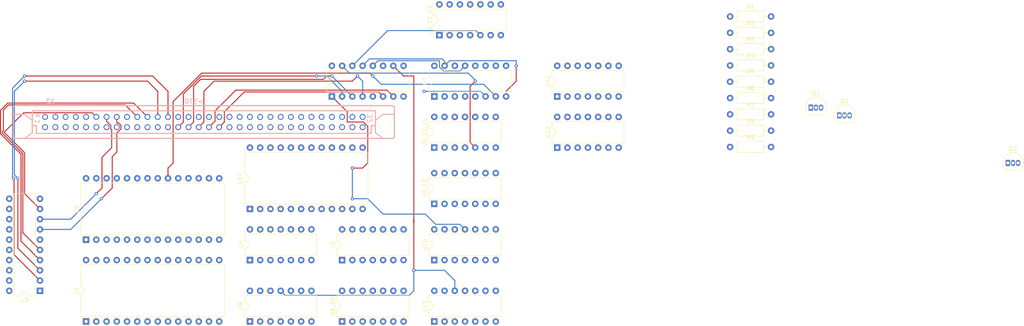
<source format=kicad_pcb>
(kicad_pcb (version 20221018) (generator pcbnew)

  (general
    (thickness 1.6)
  )

  (paper "A4")
  (layers
    (0 "F.Cu" signal)
    (31 "B.Cu" signal)
    (32 "B.Adhes" user "B.Adhesive")
    (33 "F.Adhes" user "F.Adhesive")
    (34 "B.Paste" user)
    (35 "F.Paste" user)
    (36 "B.SilkS" user "B.Silkscreen")
    (37 "F.SilkS" user "F.Silkscreen")
    (38 "B.Mask" user)
    (39 "F.Mask" user)
    (40 "Dwgs.User" user "User.Drawings")
    (41 "Cmts.User" user "User.Comments")
    (42 "Eco1.User" user "User.Eco1")
    (43 "Eco2.User" user "User.Eco2")
    (44 "Edge.Cuts" user)
    (45 "Margin" user)
    (46 "B.CrtYd" user "B.Courtyard")
    (47 "F.CrtYd" user "F.Courtyard")
    (48 "B.Fab" user)
    (49 "F.Fab" user)
    (50 "User.1" user)
    (51 "User.2" user)
    (52 "User.3" user)
    (53 "User.4" user)
    (54 "User.5" user)
    (55 "User.6" user)
    (56 "User.7" user)
    (57 "User.8" user)
    (58 "User.9" user)
  )

  (setup
    (pad_to_mask_clearance 0)
    (pcbplotparams
      (layerselection 0x00010fc_ffffffff)
      (plot_on_all_layers_selection 0x0000000_00000000)
      (disableapertmacros false)
      (usegerberextensions false)
      (usegerberattributes true)
      (usegerberadvancedattributes true)
      (creategerberjobfile true)
      (dashed_line_dash_ratio 12.000000)
      (dashed_line_gap_ratio 3.000000)
      (svgprecision 4)
      (plotframeref false)
      (viasonmask false)
      (mode 1)
      (useauxorigin false)
      (hpglpennumber 1)
      (hpglpenspeed 20)
      (hpglpendiameter 15.000000)
      (dxfpolygonmode true)
      (dxfimperialunits true)
      (dxfusepcbnewfont true)
      (psnegative false)
      (psa4output false)
      (plotreference true)
      (plotvalue true)
      (plotinvisibletext false)
      (sketchpadsonfab false)
      (subtractmaskfromsilk false)
      (outputformat 1)
      (mirror false)
      (drillshape 1)
      (scaleselection 1)
      (outputdirectory "")
    )
  )

  (net 0 "")
  (net 1 "VCC")
  (net 2 "/A12_128")
  (net 3 "/A7")
  (net 4 "/A6")
  (net 5 "/A5")
  (net 6 "/A4")
  (net 7 "/A3")
  (net 8 "/A2")
  (net 9 "/A1")
  (net 10 "/A0")
  (net 11 "/D4_D0-128_D4-64")
  (net 12 "/D1_D1-128_D7-64")
  (net 13 "/D2_D2-128_D5-64")
  (net 14 "unconnected-(U1-GND-Pad14)")
  (net 15 "/D5_D3-128_D1-64")
  (net 16 "/D6_D4-128_D6-64")
  (net 17 "/D3_D5-128_D3-64")
  (net 18 "/D0_D6-128_D0-64")
  (net 19 "/D7_D7-128_D2-64")
  (net 20 "/CE_128")
  (net 21 "/A10")
  (net 22 "/A11")
  (net 23 "/A9")
  (net 24 "/A8")
  (net 25 "/A13_128")
  (net 26 "unconnected-(U1-VCC-Pad28)")
  (net 27 "unconnected-(U2-GND-Pad14)")
  (net 28 "/CE_64")
  (net 29 "unconnected-(U2-NC-Pad26)")
  (net 30 "unconnected-(U2-VCC-Pad28)")
  (net 31 "unconnected-(U14-GND-Pad12)")
  (net 32 "/SRAM_OE")
  (net 33 "/SRAM_CE")
  (net 34 "/SRAM_WE")
  (net 35 "unconnected-(U14-VCC-Pad24)")
  (net 36 "unconnected-(X1--12V-PadA1)")
  (net 37 "unconnected-(X1-~{RESIN}-PadA3)")
  (net 38 "unconnected-(X1-GND-PadA4)")
  (net 39 "/D7")
  (net 40 "/D6")
  (net 41 "/D5")
  (net 42 "/D4")
  (net 43 "/D3")
  (net 44 "/D2")
  (net 45 "/D1")
  (net 46 "/D0")
  (net 47 "unconnected-(X1-NC-PadA14)")
  (net 48 "unconnected-(X1-~{RST}-PadA15)")
  (net 49 "unconnected-(X1-~{STATUS}-PadA16)")
  (net 50 "unconnected-(X1-~{INP}-PadA17)")
  (net 51 "unconnected-(X1-~{C4}-PadA18)")
  (net 52 "unconnected-(X1-~{C3}-PadA19)")
  (net 53 "unconnected-(X1-~{C2}-PadA20)")
  (net 54 "unconnected-(X1-~{C1}-PadA21)")
  (net 55 "unconnected-(X1-~{OUT}-PadA22)")
  (net 56 "unconnected-(X1-~{CS}-PadA23)")
  (net 57 "unconnected-(X1-GND-PadA24)")
  (net 58 "unconnected-(X1-GND-PadA25)")
  (net 59 "unconnected-(X1-GND-PadA26)")
  (net 60 "unconnected-(X1-GND-PadA27)")
  (net 61 "unconnected-(X1-GND-PadA28)")
  (net 62 "unconnected-(X1-GND-PadA29)")
  (net 63 "unconnected-(X1-READY-PadA30)")
  (net 64 "unconnected-(X1-+5V-PadA31)")
  (net 65 "unconnected-(X1-+12V-PadA32)")
  (net 66 "unconnected-(X1--12V-PadB1)")
  (net 67 "unconnected-(X1-0V-PadB2)")
  (net 68 "unconnected-(X1-GND-PadB3)")
  (net 69 "/xmemfl")
  (net 70 "unconnected-(X1-GND-PadB6)")
  (net 71 "unconnected-(X1-GND-PadB7)")
  (net 72 "unconnected-(X1-GND-PadB8)")
  (net 73 "unconnected-(X1-GND-PadB9)")
  (net 74 "unconnected-(X1-GND-PadB10)")
  (net 75 "unconnected-(X1-GND-PadB11)")
  (net 76 "unconnected-(X1-GND-PadB12)")
  (net 77 "unconnected-(X1-~{INT}-PadB13)")
  (net 78 "/A15")
  (net 79 "/A14")
  (net 80 "/A13")
  (net 81 "/A12")
  (net 82 "unconnected-(X1-NC-PadB30)")
  (net 83 "unconnected-(X1-+5V-PadB31)")
  (net 84 "unconnected-(X1-+12V-PadB32)")
  (net 85 "Net-(Q1-C)")
  (net 86 "Net-(Q1-B)")
  (net 87 "GND")
  (net 88 "Net-(Q2-C)")
  (net 89 "Net-(Q2-B)")
  (net 90 "Net-(Q3-B)")
  (net 91 "/0V")
  (net 92 "/OE_EPROM")
  (net 93 "/PROM_A6")
  (net 94 "unconnected-(U15-GND-Pad8)")
  (net 95 "/PROM_Q4")
  (net 96 "/~{RESIN}")
  (net 97 "/PROM_Q2")
  (net 98 "/PROM_Q1")
  (net 99 "unconnected-(U15-VCC-Pad16)")
  (net 100 "/CLK")
  (net 101 "unconnected-(X2--12V-PadA1)")
  (net 102 "/PROM_Q3")
  (net 103 "unconnected-(X2-GND-PadA4)")
  (net 104 "unconnected-(X2-NC-PadA14)")
  (net 105 "unconnected-(X2-~{RST}-PadA15)")
  (net 106 "unconnected-(X2-~{STATUS}-PadA16)")
  (net 107 "unconnected-(X2-~{INP}-PadA17)")
  (net 108 "unconnected-(X2-~{C4}-PadA18)")
  (net 109 "unconnected-(X2-~{C3}-PadA19)")
  (net 110 "unconnected-(X2-~{C2}-PadA20)")
  (net 111 "unconnected-(X2-~{C1}-PadA21)")
  (net 112 "unconnected-(X2-~{OUT}-PadA22)")
  (net 113 "unconnected-(X2-~{CS}-PadA23)")
  (net 114 "unconnected-(X2-GND-PadA24)")
  (net 115 "unconnected-(X2-GND-PadA25)")
  (net 116 "unconnected-(X2-GND-PadA26)")
  (net 117 "unconnected-(X2-GND-PadA27)")
  (net 118 "unconnected-(X2-GND-PadA28)")
  (net 119 "unconnected-(X2-GND-PadA29)")
  (net 120 "unconnected-(X2-READY-PadA30)")
  (net 121 "unconnected-(X2-+5V-PadA31)")
  (net 122 "unconnected-(X2-+12V-PadA32)")
  (net 123 "unconnected-(X2--12V-PadB1)")
  (net 124 "unconnected-(X2-0V-PadB2)")
  (net 125 "unconnected-(X2-GND-PadB3)")
  (net 126 "/xmemfl_OUT")
  (net 127 "unconnected-(X2-GND-PadB6)")
  (net 128 "unconnected-(X2-GND-PadB7)")
  (net 129 "unconnected-(X2-GND-PadB8)")
  (net 130 "unconnected-(X2-GND-PadB9)")
  (net 131 "unconnected-(X2-GND-PadB10)")
  (net 132 "unconnected-(X2-GND-PadB11)")
  (net 133 "unconnected-(X2-GND-PadB12)")
  (net 134 "unconnected-(X2-~{INT}-PadB13)")
  (net 135 "unconnected-(X2-NC-PadB30)")
  (net 136 "unconnected-(X2-+5V-PadB31)")
  (net 137 "unconnected-(X2-+12V-PadB32)")
  (net 138 "Net-(R1-Pad2)")
  (net 139 "Net-(D1-A)")
  (net 140 "Net-(BT1-+)")
  (net 141 "Net-(U9_E2_L1B-~{Q})")
  (net 142 "Net-(U9_E2_L1B-Q)")
  (net 143 "Net-(C1-Pad1)")
  (net 144 "/OUT_DIR")
  (net 145 "unconnected-(U3-GND-Pad10)")
  (net 146 "unconnected-(U3-VCC-Pad20)")
  (net 147 "/NOR OUT2")
  (net 148 "Net-(U5A-Q2)")
  (net 149 "Net-(U5A-Q1)")
  (net 150 "unconnected-(U4E-GND-Pad7)")
  (net 151 "Net-(U5A-Q3)")
  (net 152 "Net-(U5B-Q0)")
  (net 153 "unconnected-(U4E-VCC-Pad14)")
  (net 154 "Net-(U5A-MR)")
  (net 155 "unconnected-(U5A-Q0-Pad3)")
  (net 156 "unconnected-(U5C-GND-Pad7)")
  (net 157 "unconnected-(U5B-Q3-Pad8)")
  (net 158 "unconnected-(U5B-Q2-Pad9)")
  (net 159 "unconnected-(U5B-Q1-Pad10)")
  (net 160 "Net-(U5B-MR)")
  (net 161 "unconnected-(U5C-VCC-Pad14)")
  (net 162 "Net-(U6_D5A-~{S})")
  (net 163 "/NOR_IN_10_2")
  (net 164 "unconnected-(U6_D5A-~{Q}-Pad6)")
  (net 165 "unconnected-(U6_D5B-~{Q}-Pad8)")
  (net 166 "/NOR_IN_9_2")
  (net 167 "unconnected-(U7-Q3a-Pad4)")
  (net 168 "/2-4_2")
  (net 169 "unconnected-(U7-GND-Pad8)")
  (net 170 "unconnected-(U7-Q0b-Pad9)")
  (net 171 "unconnected-(U7-Q1b-Pad10)")
  (net 172 "unconnected-(U7-Q2b-Pad11)")
  (net 173 "/BANK_SEL")
  (net 174 "unconnected-(U7-VCC-Pad16)")
  (net 175 "/NOR OUT 1")
  (net 176 "unconnected-(U9C-GND-Pad7)")
  (net 177 "/NOR_IN_12_1")
  (net 178 "unconnected-(U9C-VCC-Pad14)")
  (net 179 "unconnected-(U9_E2_H1A-~{S}-Pad4)")
  (net 180 "unconnected-(U9_E2_H1A-~{Q}-Pad6)")
  (net 181 "unconnected-(U9_E2_H1C-GND-Pad7)")
  (net 182 "unconnected-(U9_E2_H1B-~{Q}-Pad8)")
  (net 183 "unconnected-(U9_E2_H1B-Q-Pad9)")
  (net 184 "unconnected-(U9_E2_H1B-~{S}-Pad10)")
  (net 185 "unconnected-(U9_E2_H1B-C-Pad11)")
  (net 186 "unconnected-(U9_E2_H1B-D-Pad12)")
  (net 187 "unconnected-(U9_E2_H1B-~{R}-Pad13)")
  (net 188 "unconnected-(U9_E2_H1C-VCC-Pad14)")
  (net 189 "unconnected-(U9_E2_L1A-~{Q}-Pad6)")
  (net 190 "unconnected-(U9_E2_L1C-GND-Pad7)")
  (net 191 "Net-(U9_E2_L1B-~{S})")
  (net 192 "Net-(U9_E2_L1B-C)")
  (net 193 "unconnected-(U9_E2_L1C-VCC-Pad14)")
  (net 194 "Net-(U9_E3A-~{Q})")
  (net 195 "unconnected-(U9_E3C-GND-Pad7)")
  (net 196 "Net-(U9_E3B-~{S})")
  (net 197 "unconnected-(U9_E3C-VCC-Pad14)")
  (net 198 "Net-(U10-Pad3)")
  (net 199 "unconnected-(U10E-GND-Pad7)")
  (net 200 "unconnected-(U10E-VCC-Pad14)")
  (net 201 "unconnected-(U11E-GND-Pad7)")
  (net 202 "Net-(U11-Pad8)")
  (net 203 "unconnected-(U11E-VCC-Pad14)")
  (net 204 "unconnected-(U12-Pad3)")
  (net 205 "unconnected-(U12E-GND-Pad7)")
  (net 206 "unconnected-(U12-Pad11)")
  (net 207 "unconnected-(U12-Pad12)")
  (net 208 "unconnected-(U12-Pad13)")
  (net 209 "unconnected-(U12E-VCC-Pad14)")
  (net 210 "unconnected-(U13-Pad6)")
  (net 211 "unconnected-(U13E-GND-Pad7)")
  (net 212 "unconnected-(U13-Pad8)")

  (footprint "Package_TO_SOT_THT:TO-92_Inline" (layer "F.Cu") (at 227.457 35.179))

  (footprint "Package_DIP:DIP-14_W7.62mm" (layer "F.Cu") (at 157.48 43.18 90))

  (footprint "Package_DIP:DIP-14_W7.62mm" (layer "F.Cu") (at 104.14 86.36 90))

  (footprint "Package_DIP:DIP-14_W7.62mm" (layer "F.Cu") (at 81.28 86.36 90))

  (footprint "Resistor_THT:R_Axial_DIN0207_L6.3mm_D2.5mm_P10.16mm_Horizontal" (layer "F.Cu") (at 200.356 22.767))

  (footprint "Resistor_THT:R_Axial_DIN0207_L6.3mm_D2.5mm_P10.16mm_Horizontal" (layer "F.Cu") (at 200.356 18.717))

  (footprint "Package_DIP:DIP-16_W7.62mm" (layer "F.Cu") (at 101.6 30.48 90))

  (footprint "Resistor_THT:R_Axial_DIN0207_L6.3mm_D2.5mm_P10.16mm_Horizontal" (layer "F.Cu") (at 200.356 43.017))

  (footprint "Package_DIP:DIP-28_W15.24mm" (layer "F.Cu") (at 40.64 86.36 90))

  (footprint "Resistor_THT:R_Axial_DIN0207_L6.3mm_D2.5mm_P10.16mm_Horizontal" (layer "F.Cu") (at 200.356 30.867))

  (footprint "Package_DIP:DIP-14_W7.62mm" (layer "F.Cu") (at 81.28 71.12 90))

  (footprint "Package_TO_SOT_THT:TO-92_Inline" (layer "F.Cu") (at 220.374 33.25))

  (footprint "Resistor_THT:R_Axial_DIN0207_L6.3mm_D2.5mm_P10.16mm_Horizontal" (layer "F.Cu") (at 200.356 34.917))

  (footprint "Package_DIP:DIP-24_W15.24mm" (layer "F.Cu") (at 81.28 58.42 90))

  (footprint "Package_TO_SOT_THT:TO-92_Inline" (layer "F.Cu") (at 269.24 46.99))

  (footprint "Package_DIP:DIP-14_W7.62mm" (layer "F.Cu") (at 126.995 57.14 90))

  (footprint "Package_DIP:DIP-14_W7.62mm" (layer "F.Cu") (at 157.48 30.48 90))

  (footprint "Package_DIP:DIP-14_W7.62mm" (layer "F.Cu") (at 126.995 71.11 90))

  (footprint "Resistor_THT:R_Axial_DIN0207_L6.3mm_D2.5mm_P10.16mm_Horizontal" (layer "F.Cu") (at 200.356 10.617))

  (footprint "Package_DIP:DIP-28_W15.24mm" (layer "F.Cu") (at 40.64 66.04 90))

  (footprint "Package_DIP:DIP-16_W7.62mm" (layer "F.Cu") (at 127.015 30.47 90))

  (footprint "Resistor_THT:R_Axial_DIN0207_L6.3mm_D2.5mm_P10.16mm_Horizontal" (layer "F.Cu") (at 200.356 38.967))

  (footprint "Package_DIP:DIP-20_W7.62mm" (layer "F.Cu") (at 29.21 78.74 180))

  (footprint "Resistor_THT:R_Axial_DIN0207_L6.3mm_D2.5mm_P10.16mm_Horizontal" (layer "F.Cu") (at 200.356 14.667))

  (footprint "Package_DIP:DIP-14_W7.62mm" (layer "F.Cu") (at 127 86.36 90))

  (footprint "Package_DIP:DIP-14_W7.62mm" (layer "F.Cu") (at 104.14 71.12 90))

  (footprint "Resistor_THT:R_Axial_DIN0207_L6.3mm_D2.5mm_P10.16mm_Horizontal" (layer "F.Cu") (at 200.356 26.817))

  (footprint "Package_DIP:DIP-14_W7.62mm" (layer "F.Cu") (at 128.27 15.24 90))

  (footprint "Package_DIP:DIP-14_W7.62mm" (layer "F.Cu") (at 126.995 43.17 90))

  (footprint "smartaidmagnum:FAB64B" (layer "B.Cu")
    (tstamp 24e6cfb0-a872-4ad9-bc8b-b849a6525a3c)
    (at 69.85 36.83 -90)
    (descr "<b>DIN 41612 CONNECTOR</b>\n<p>\nFemale, 64 pins, type B, rows AB, grid 2.54 mm.<br />\nB mates with Q, but pin numbers reversed.\n</p>")
    (property "Sheetfile" "smartaidmagnum.kicad_sch")
    (property "Sheetname" "")
    (path "/a1a46aea-a948-47a9-9082-fabee6f1d87c")
    (attr through_hole)
    (fp_text reference "X1" (at -4.445 39.37) (layer "B.SilkS")
        (effects (font (size 1.2065 1.2065) (thickness 0.12065)) (justify right bottom mirror))
      (tstamp 50f8c86c-9b4e-4fb3-8683-d8f27bb42fc7)
    )
    (fp_text value "ABC-Bus" (at -4.445 -34.29) (layer "B.Fab")
        (effects (font (size 1.2065 1.2065) (thickness 0.12065)) (justify right bottom mirror))
      (tstamp 02e4f45d-5c40-4561-bf5b-95a8d8b6ee42)
    )
    (fp_text user "a" (at -2.286 40.64 90) (layer "B.SilkS")
        (effects (font (size 1.2065 1.2065) (thickness 0.127)) (justify left bottom mirror))
      (tstamp 1aba9201-e387-4192-b1ba-f0204b27b349)
    )
    (fp_text user "32" (at -2.159 -41.91 90) (layer "B.SilkS")
        (effects (font (size 1.2065 1.2065) (thickness 0.127)) (justify left bottom mirror))
      (tstamp 22d8fb95-2f07-498b-bb9d-1e89a330d113)
    )
    (fp_text user ">STD" (at -4.445 0 -360) (layer "B.SilkS")
        (effects (font (size 1.2065 1.2065) (thickness 0.127)) (justify left bottom mirror))
      (tstamp 6bb9e970-2b16-42c6-bcce-55c7214f1e78)
    )
    (fp_text user "1" (at -0.762 40.64 90) (layer "B.SilkS")
        (effects (font (size 1.2065 1.2065) (thickness 0.127)) (justify left bottom mirror))
      (tstamp debf8a49-9f29-4965-ac3e-6ad98cbc6cd0)
    )
    (fp_line (start -4.064 -46.736) (end -4.064 46.736)
      (stroke (width 0.254) (type solid)) (layer "B.SilkS") (tstamp 3b723ff8-75a6-422f-8ad6-7eed99e2b328))
    (fp_line (start -3.556 -47.244) (end -1.905 -47.244)
      (stroke (width 0.254) (type solid)) (layer "B.SilkS") (tstamp 4b68aecc-d86d-4dea-ae14-c169d44b4694))
    (fp_line (start -2.794 -42.545) (end -2.794 42.545)
      (stroke (width 0.254) (type solid)) (layer "B.SilkS") (tstamp e5d336b4-99bc-4cc9-8d8b-ee058e16e901))
    (fp_line (start -1.905 -47.244) (end -1.905 -44.45)
      (stroke (width 0.254) (type solid)) (layer "B.SilkS") (tstamp 66f253f8-4f18-401e-b3f4-cd150cc787d7))
    (fp_line (start -1.905 -47.244) (end 3.556 -47.244)
      (stroke (width 0.254) (type solid)) (layer "B.SilkS") (tstamp 74f7bd50-3c68-436d-ac02-3babd8bbf72f))
    (fp_line (start -1.905 47.244) (end -3.556 47.244)
      (stroke (width 0.254) (type solid)) (layer "B.SilkS") (tstamp 364ceb4a-e6db-4029-a2c9-f3880d9fdb18))
    (fp_line (start -1.905 47.244) (end -1.905 44.45)
      (stroke (width 0.254) (type solid)) (layer "B.SilkS") (tstamp 4f518ebb-6da0-456e-9d60-ce93c58d5f91))
    (fp_line (start -0.381 -42.545) (end -2.794 -42.545)
      (stroke (width 0.254) (type solid)) (layer "B.SilkS") (tstamp ae71b758-ca88-4a19-b9f1-c28a21286b7e))
    (fp_line (start -0.381 -42.545) (end -1.905 -44.45)
      (stroke (width 0.254) (type solid)) (layer "B.SilkS") (tstamp 391b10a8-157e-4862-87fe-d96b0ecd3ef8))
    (fp_line (start -0.381 42.545) (end -2.794 42.545)
      (stroke (width 0.254) (type solid)) (layer "B.SilkS") (tstamp 431b1adc-72cc-419c-a3ad-d3e21d4ab39d))
    (fp_line (start -0.381 42.545) (end -1.905 44.45)
      (stroke (width 0.254) (type solid)) (layer "B.SilkS") (tstamp 5da6a533-78dc-4ca7-9f1f-9dd9cafa6136))
    (fp_line (start -0.381 42.545) (end 0.889 42.545)
      (stroke (width 0.254) (type solid)) (layer "B.SilkS") (tstamp f128b7d5-7045-4446-9a12-d04681171785))
    (fp_line (start 0.889 -42.545) (end -0.381 -42.545)
      (stroke (width 0.254) (type solid)) (layer "B.SilkS") (tstamp 11793547-8073-4413-bf08-032a5503d531))
    (fp_line (start 0.889 -42.545) (end 0.889 -41.529)
      (stroke (width 0.254) (type solid)) (layer "B.SilkS") (tstamp 4eda8fca-0627-4757-8edf-21a4b3023679))
    (fp_line (start 0.889 -42.545) (end 2.667 -42.545)
      (stroke (width 0.254) (type solid)) (layer "B.SilkS") (tstamp 9702f45d-61c8-4b5c-bab1-0f1ea9792c37))
    (fp_line (start 0.889 -41.529) (end 2.794 -41.529)
      (stroke (width 0.254) (type solid)) (layer "B.SilkS") (tstamp 63fdd731-06f1-4436-a5c1-f691d03c8ad5))
    (fp_line (start 0.889 41.529) (end 0.889 42.545)
      (stroke (width 0.254) (type solid)) (layer "B.SilkS") (tstamp 69df031a-6330-4d19-9618-af04c1f68fe6))
    (fp_line (start 0.889 42.545) (end 2.667 42.545)
      (stroke (width 0.254) (type solid)) (layer "B.SilkS") (tstamp 6183823a-0f5f-4610-a5cf-18ec9c514b3a))
    (fp_line (start 2.667 -42.545) (end 4.064 -44.45)
      (stroke (width 0.254) (type solid)) (layer "B.SilkS") (tstamp 35c335b5-3d3c-4211-90b2-808822796fd8))
    (fp_line (start 2.667 42.545) (end 4.064 44.45)
      (stroke (width 0.254) (type solid)) (layer "B.SilkS") (tstamp bef37dbd-9157-4712-b24a-550336080b45))
    (fp_line (start 2.794 -41.529) (end 2.794 41.529)
      (stroke (width 0.254) (type solid)) (layer "B.SilkS") (tstamp f00d8e0f-65cc-4d84-819c-870dfbeea34a))
    (fp_line (start 2.794 41.529) (end 0.889 41.529)
      (stroke (width 0.254) (type solid)) (layer "B.SilkS") (tstamp cf37ed5b-26ba-458d-8500-07493f6cb423))
    (fp_line (start 3.556 47.244) (end -1.905 47.244)
      (stroke (width 0.254) (type solid)) (layer "B.SilkS") (tstamp 0117dbda-63fb-4d76-9103-81ebf0d6417c))
    (fp_line (start 4.064 -46.736) (end 4.064 -44.45)
      (stroke (width 0.254) (type solid)) (layer "B.SilkS") (tstamp 8385892a-420e-4216-9362-1b6afdf85d50))
    (fp_line (start 4.064 44.45) (end 4.064 -44.45)
      (stroke (width 0.254) (type solid)) (layer "B.SilkS") (tstamp 1c643cda-5959-45d5-87a4-bb5311629f21))
    (fp_line (start 4.064 44.45) (end 4.064 46.736)
      (stroke (width 0.254) (type solid)) (layer "B.SilkS") (tstamp 12e857c5-37f3-4383-b0d6-fae5554320f1))
    (fp_arc (start -4.064 -46.736) (mid -3.91521 -47.09521) (end -3.556 -47.244)
      (stroke (width 0.254) (type solid)) (layer "B.SilkS") (tstamp 801c5001-f385-4ab8-b212-e5c864f46271))
    (fp_arc (start -3.556 47.244) (mid -3.91521 47.09521) (end -4.064 46.736)
      (stroke (width 0.254) (type solid)) (layer "B.SilkS") (tstamp 88cd1c5e-8110-4d5e-9b29-47847760e7ca))
    (fp_arc (start 3.556 -47.244) (mid 3.91521 -47.09521) (end 4.064 -46.736)
      (stroke (width 0.254) (type solid)) (layer "B.SilkS") (tstamp 8044e50a-81f0-4903-85f1-b9b74c7ea060))
    (fp_arc (start 4.086 46.738999) (mid 3.909437 47.084316) (end 3.556 47.244)
      (stroke (width 0.254) (type solid)) (layer "B.SilkS") (tstamp 8095d1b9-f383-4c49-bc8e-d3549580de86))
    (fp_circle (center 0.9652 -45.0088) (end 2.2352 -45.0088)
      (stroke (width 0.254) (type solid)) (fill none) (layer "B.SilkS") (tstamp d2fc9f09-1be6-4856-b2ea-e9ba4fe43d24))
    (fp_circle (center 0.9652 45.0088) (end 2.2352 45.0088)
      (stroke (width 0.254) (type solid)) (fill none) (layer "B.SilkS") (tstamp 7198a7e1-c89d-45e5-929a-288d0179dc20))
    (fp_circle (center 0.9652 -45.0088) (end 3.2512 -45.0088)
      (stroke (width 1.778) (type solid)) (fill none) (layer "Dwgs.User") (tstamp 9673d574-0c0a-41f0-a699-fd65bef6a1ae))
    (fp_circle (center 0.9652 -45.0088) (end 3.2512 -45.0088)
      (stroke (width 1.778) (type solid)) (fill none) (layer "Dwgs.User") (tstamp a258a70b-6d37-4b8d-9ace-00bed3bf2efa))
    (fp_circle (center 0.9652 45.0088) (end 3.2512 45.0088)
      (stroke (width 1.778) (type solid)) (fill none) (layer "Dwgs.User") (tstamp 9fb5f159-d66c-4220-93e9-8f6c4d05bcf9))
    (fp_circle (center 0.9652 45.0088) (end 3.2512 45.0088)
      (stroke (width 1.778) (type solid)) (fill none) (layer "Dwgs.User") (tstamp f1c4d22f-e55f-4e32-9441-7b9743dc66ad))
    (fp_line (start -2.54 42.291) (end -2.54 -42.291)
      (stroke (width 0.254) (type solid)) (layer "B.Fab") (tstamp b0840cdf-d689-4d49-ab15-747d0197b37f))
    (fp_line (start 0.635 -42.291) (end -2.54 -42.291)
      (stroke (width 0.254) (type solid)) (layer "B.Fab") (tstamp 4091661b-2245-48f1-95af-eac1f2137e59))
    (fp_line (start 0.635 -41.275) (end 0.635 -42.291)
      (stroke (width 0.254) (type solid)) (layer "B.Fab") (tstamp 6f200cc5-cdd3-4701-886c-a1fbaa7e325b))
    (fp_line (start 0.635 -41.275) (end 2.54 -41.275)
      (stroke (width 0.254) (type solid)) (layer "B.Fab") (tstamp bdb50d47-2b71-4e78-bd89-280bce7ca69b))
    (fp_line (start 0.635 41.275) (end 0.635 42.291)
      (stroke (width 0.254) (type solid)) (layer "B.Fab") (tstamp e5b4aa13-aee1-4206-bafb-1dc6aa0b0244))
    (fp_line (start 0.635 42.291) (end -2.54 42.291)
      (stroke (width 0.254) (type solid)) (layer "B.Fab") (tstamp 912488d9-c1ef-4a9a-b68e-3da8061c57da))
    (fp_line (start 2.54 -41.275) (end 2.54 41.275)
      (stroke (width 0.254) (type solid)) (layer "B.Fab") (tstamp 30e979e5-7b57-4b00-8d5b-95a5759adafe))
    (fp_line (start 2.54 41.275) (end 0.635 41.275)
      (stroke (width 0.254) (type solid)) (layer "B.Fab") (tstamp ec313991-dd14-480a-a0a7-b7968a6c64a6))
    (fp_poly
      (pts
        (xy -1.651 -40.005)
        (xy -0.889 -40.005)
        (xy -0.889 -38.735)
        (xy -1.651 -38.735)
      )

      (stroke (width 0) (type solid)) (fill solid) (layer "B.Fab") (tstamp bd47797d-9ace-4da1-a3f7-1f3ead49b495))
    (fp_poly
      (pts
        (xy -1.651 -37.465)
        (xy -0.889 -37.465)
        (xy -0.889 -36.195)
        (xy -1.651 -36.195)
      )

      (stroke (width 0) (type solid)) (fill solid) (layer "B.Fab") (tstamp b4e7e827-3e71-4d1f-9216-43ef7cfaa0e7))
    (fp_poly
      (pts
        (xy -1.651 -34.925)
        (xy -0.889 -34.925)
        (xy -0.889 -33.655)
        (xy -1.651 -33.655)
      )

      (stroke (width 0) (type solid)) (fill solid) (layer "B.Fab") (tstamp a2ff3a16-eff4-4581-b2d6-2af4b2034bb6))
    (fp_poly
      (pts
        (xy -1.651 -32.385)
        (xy -0.889 -32.385)
        (xy -0.889 -31.115)
        (xy -1.651 -31.115)
      )

      (stroke (width 0) (type solid)) (fill solid) (layer "B.Fab") (tstamp 87219c96-f677-483f-96f5-ebc0b3798755))
    (fp_poly
      (pts
        (xy -1.651 -29.845)
        (xy -0.889 -29.845)
        (xy -0.889 -28.575)
        (xy -1.651 -28.575)
      )

      (stroke (width 0) (type solid)) (fill solid) (layer "B.Fab") (tstamp 224a9945-1903-4e0d-ba3d-487178402626))
    (fp_poly
      (pts
        (xy -1.651 -27.305)
        (xy -0.889 -27.305)
        (xy -0.889 -26.035)
        (xy -1.651 -26.035)
      )

      (stroke (width 0) (type solid)) (fill solid) (layer "B.Fab") (tstamp 92e3c043-05c5-40ce-b7a5-dd9f5089369d))
    (fp_poly
      (pts
        (xy -1.651 -24.765)
        (xy -0.889 -24.765)
        (xy -0.889 -23.495)
        (xy -1.651 -23.495)
      )

      (stroke (width 0) (type solid)) (fill solid) (layer "B.Fab") (tstamp c4a06a52-e17d-4b4c-8529-29147b9b312e))
    (fp_poly
      (pts
        (xy -1.651 -22.225)
        (xy -0.889 -22.225)
        (xy -0.889 -20.955)
        (xy -1.651 -20.955)
      )

      (stroke (width 0) (type solid)) (fill solid) (layer "B.Fab") (tstamp bbd877e0-4dfb-4a6c-88d4-a29e93922bd7))
    (fp_poly
      (pts
        (xy -1.651 -19.685)
        (xy -0.889 -19.685)
        (xy -0.889 -18.415)
        (xy -1.651 -18.415)
      )

      (stroke (width 0) (type solid)) (fill solid) (layer "B.Fab") (tstamp e15a5866-5191-4892-8ee2-e512f258a5bd))
    (fp_poly
      (pts
        (xy -1.651 -17.145)
        (xy -0.889 -17.145)
        (xy -0.889 -15.875)
        (xy -1.651 -15.875)
      )

      (stroke (width 0) (type solid)) (fill solid) (layer "B.Fab") (tstamp 8cd936a5-ca1e-4a3e-86f1-2b267d01a52e))
    (fp_poly
      (pts
        (xy -1.651 -14.605)
        (xy -0.889 -14.605)
        (xy -0.889 -13.335)
        (xy -1.651 -13.335)
      )

      (stroke (width 0) (type solid)) (fill solid) (layer "B.Fab") (tstamp 5eb42aef-ad35-4295-b8ce-612a5cd15e71))
    (fp_poly
      (pts
        (xy -1.651 -12.065)
        (xy -0.889 -12.065)
        (xy -0.889 -10.795)
        (xy -1.651 -10.795)
      )

      (stroke (width 0) (type solid)) (fill solid) (layer "B.Fab") (tstamp 29bbd66f-e57a-4b94-921c-8cdaf64239d9))
    (fp_poly
      (pts
        (xy -1.651 -9.525)
        (xy -0.889 -9.525)
        (xy -0.889 -8.255)
        (xy -1.651 -8.255)
      )

      (stroke (width 0) (type solid)) (fill solid) (layer "B.Fab") (tstamp 8ee2d4b6-f53d-452e-81e6-b89f2c89c122))
    (fp_poly
      (pts
        (xy -1.651 -6.985)
        (xy -0.889 -6.985)
        (xy -0.889 -5.715)
        (xy -1.651 -5.715)
      )

      (stroke (width 0) (type solid)) (fill solid) (layer "B.Fab") (tstamp 578bbc23-caa1-4bc4-9d91-201f242cdf12))
    (fp_poly
      (pts
        (xy -1.651 -4.445)
        (xy -0.889 -4.445)
        (xy -0.889 -3.175)
        (xy -1.651 -3.175)
      )

      (stroke (width 0) (type solid)) (fill solid) (layer "B.Fab") (tstamp 7cb827ca-b277-4806-9dc4-da3c8df7a81f))
    (fp_poly
      (pts
        (xy -1.651 -1.905)
        (xy -0.889 -1.905)
        (xy -0.889 -0.635)
        (xy -1.651 -0.635)
      )

      (stroke (width 0) (type solid)) (fill solid) (layer "B.Fab") (tstamp 1e859624-13a4-4584-8f5a-2709c2c383cb))
    (fp_poly
      (pts
        (xy -1.651 0.635)
        (xy -0.889 0.635)
        (xy -0.889 1.905)
        (xy -1.651 1.905)
      )

      (stroke (width 0) (type solid)) (fill solid) (layer "B.Fab") (tstamp d1b61432-b1f8-4f55-805c-fbdb9b985c1a))
    (fp_poly
      (pts
        (xy -1.651 3.175)
        (xy -0.889 3.175)
        (xy -0.889 4.445)
        (xy -1.651 4.445)
      )

      (stroke (width 0) (type solid)) (fill solid) (layer "B.Fab") (tstamp fa35dc5b-c5cd-43e1-8eb8-39423cf0badd))
    (fp_poly
      (pts
        (xy -1.651 5.715)
        (xy -0.889 5.715)
        (xy -0.889 6.985)
        (xy -1.651 6.985)
      )

      (stroke (width 0) (type solid)) (fill solid) (layer "B.Fab") (tstamp a2a0342d-1dfe-478f-8b8d-e689e6ce31d3))
    (fp_poly
      (pts
        (xy -1.651 8.255)
        (xy -0.889 8.255)
        (xy -0.889 9.525)
        (xy -1.651 9.525)
      )

      (stroke (width 0) (type solid)) (fill solid) (layer "B.Fab") (tstamp bb8f0103-c5ac-4331-9631-4eaf5b976bed))
    (fp_poly
      (pts
        (xy -1.651 10.795)
        (xy -0.889 10.795)
        (xy -0.889 12.065)
        (xy -1.651 12.065)
      )

      (stroke (width 0) (type solid)) (fill solid) (layer "B.Fab") (tstamp 90e4598b-dd8d-4628-8bd7-3d8a2e55ef92))
    (fp_poly
      (pts
        (xy -1.651 13.335)
        (xy -0.889 13.335)
        (xy -0.889 14.605)
        (xy -1.651 14.605)
      )

      (stroke (width 0) (type solid)) (fill solid) (layer "B.Fab") (tstamp 811ad497-4143-4759-b577-6f12f3efaea4))
    (fp_poly
      (pts
        (xy -1.651 15.875)
        (xy -0.889 15.875)
        (xy -0.889 17.145)
        (xy -1.651 17.145)
      )

      (stroke (width 0) (type solid)) (fill solid) (layer "B.Fab") (tstamp 1db9e99b-5b6c-459c-a059-3c81d16f920c))
    (fp_poly
      (pts
        (xy -1.651 18.415)
        (xy -0.889 18.415)
        (xy -0.889 19.685)
        (xy -1.651 19.685)
      )

      (stroke (width 0) (type solid)) (fill solid) (layer "B.Fab") (tstamp a5b3c77b-2c1a-4050-9a7d-737c721f1619))
    (fp_poly
      (pts
        (xy -1.651 20.955)
        (xy -0.889 20.955)
        (xy -0.889 22.225)
        (xy -1.651 22.225)
      )

      (stroke (width 0) (type solid)) (fill solid) (layer "B.Fab") (tstamp 23ccdac7-fc7f-4dbd-9513-51ac02f2bb1d))
    (fp_poly
      (pts
        (xy -1.651 23.495)
        (xy -0.889 23.495)
        (xy -0.889 24.765)
        (xy -1.651 24.765)
      )

      (stroke (width 0) (type solid)) (fill solid) (layer "B.Fab") (tstamp 2d2cd829-c653-4f1a-9985-e3f971a1a8b0))
    (fp_poly
      (pts
        (xy -1.651 26.035)
        (xy -0.889 26.035)
        (xy -0.889 27.305)
        (xy -1.651 27.305)
      )

      (stroke (width 0) (type solid)) (fill solid) (layer "B.Fab") (tstamp 0ccbafd7-aef1-4df9-9471-eb3626f52ca7))
    (fp_poly
      (pts
        (xy -1.651 28.575)
        (xy -0.889 28.575)
        (xy -0.889 29.845)
        (xy -1.651 29.845)
      )

      (stroke (width 0) (type solid)) (fill solid) (layer "B.Fab") (tstamp da066ae8-420a-4424-bbfe-6e25d674285d))
    (fp_poly
      (pts
        (xy -1.651 31.115)
        (xy -0.889 31.115)
        (xy -0.889 32.385)
        (xy -1.651 32.385)
      )

      (stroke (width 0) (type solid)) (fill solid) (layer "B.Fab") (tstamp 01953608-3c2a-491a-9d25-e023e08ad18d))
    (fp_poly
      (pts
        (xy -1.651 33.655)
        (xy -0.889 33.655)
        (xy -0.889 34.925)
        (xy -1.651 34.925)
      )

      (stroke (width 0) (type solid)) (fill solid) (layer "B.Fab") (tstamp 84349b2d-690e-4535-9429-c5ee768bd710))
    (fp_poly
      (pts
        (xy -1.651 36.195)
        (xy -0.889 36.195)
        (xy -0.889 37.465)
        (xy -1.651 37.465)
      )

      (stroke (width 0) (type solid)) (fill solid) (layer "B.Fab") (tstamp 6d57f438-b06a-41cd-a75f-132c0b1765da))
    (fp_poly
      (pts
        (xy -1.651 38.735)
        (xy -0.889 38.735)
        (xy -0.889 40.005)
        (xy -1.651 40.005)
      )

      (stroke (width 0) (type solid)) (fill solid) (layer "B.Fab") (tstamp 354f45d3-2e67-4a8e-8b90-f6e99485186e))
    (fp_poly
      (pts
        (xy 0.889 -40.005)
        (xy 1.651 -40.005)
        (xy 1.651 -38.735)
        (xy 0.889 -38.735)
      )

      (stroke (width 0) (type solid)) (fill solid) (layer "B.Fab") (tstamp 85c7a4e1-110c-4a76-a580-e4cdc8b5f229))
    (fp_poly
      (pts
        (xy 0.889 -37.465)
        (xy 1.651 -37.465)
        (xy 1.651 -36.195)
        (xy 0.889 -36.195)
      )

      (stroke (width 0) (type solid)) (fill solid) (layer "B.Fab") (tstamp 5d818bb5-5f9b-49a6-9178-7af1cce9deac))
    (fp_poly
      (pts
        (xy 0.889 -34.925)
        (xy 1.651 -34.925)
        (xy 1.651 -33.655)
        (xy 0.889 -33.655)
      )

      (stroke (width 0) (type solid)) (fill solid) (layer "B.Fab") (tstamp 0eb6acd7-4227-4b3d-aee0-bf1f9159b81c))
    (fp_poly
      (pts
        (xy 0.889 -32.385)
        (xy 1.651 -32.385)
        (xy 1.651 -31.115)
        (xy 0.889 -31.115)
      )

      (stroke (width 0) (type solid)) (fill solid) (layer "B.Fab") (tstamp 511e1447-132a-41df-82de-07cc9df8bd7f))
    (fp_poly
      (pts
        (xy 0.889 -29.845)
        (xy 1.651 -29.845)
        (xy 1.651 -28.575)
        (xy 0.889 -28.575)
      )

      (stroke (width 0) (type solid)) (fill solid) (layer "B.Fab") (tstamp fe93b0d3-d64b-41a0-b916-93f1372b74f2))
    (fp_poly
      (pts
        (xy 0.889 -27.305)
        (xy 1.651 -27.305)
        (xy 1.651 -26.035)
        (xy 0.889 -26.035)
      )

      (stroke (width 0) (type solid)) (fill solid) (layer "B.Fab") (tstamp ce7a457a-5a0b-408a-b592-3ed9a9ec4f68))
    (fp_poly
      (pts
        (xy 0.889 -24.765)
        (xy 1.651 -24.765)
        (xy 1.651 -23.495)
        (xy 0.889 -23.495)
      )

      (stroke (width 0) (type solid)) (fill solid) (layer "B.Fab") (tstamp 0b0ebb8c-cc54-44b0-8bf2-5aa37d363e3a))
    (fp_poly
      (pts
        (xy 0.889 -22.225)
        (xy 1.651 -22.225)
        (xy 1.651 -20.955)
        (xy 0.889 -20.955)
      )

      (stroke (width 0) (type solid)) (fill solid) (layer "B.Fab") (tstamp 07f24aaf-f3bd-4679-b2c1-c88b5ad0db02))
    (fp_poly
      (pts
        (xy 0.889 -19.685)
        (xy 1.651 -19.685)
        (xy 1.651 -18.415)
        (xy 0.889 -18.415)
      )

      (stroke (width 0) (type solid)) (fill solid) (layer "B.Fab") (tstamp e7885438-bb63-48b9-b0ca-f48774b4e616))
    (fp_poly
      (pts
        (xy 0.889 -17.145)
        (xy 1.651 -17.145)
        (xy 1.651 -15.875)
        (xy 0.889 -15.875)
      )

      (stroke (width 0) (type solid)) (fill solid) (layer "B.Fab") (tstamp 1535ebd3-67c8-4a68-811e-770a0e9f621c))
    (fp_poly
      (pts
        (xy 0.889 -14.605)
        (xy 1.651 -14.605)
        (xy 1.651 -13.335)
        (xy 0.889 -13.335)
      )

      (stroke (width 0) (type solid)) (fill solid) (layer "B.Fab") (tstamp 2cadcea3-97dd-4461-ac70-d6b906a2661f))
    (fp_poly
      (pts
        (xy 0.889 -12.065)
        (xy 1.651 -12.065)
        (xy 1.651 -10.795)
        (xy 0.889 -10.795)
      )

      (stroke (width 0) (type solid)) (fill solid) (layer "B.Fab") (tstamp 0b7401f4-f3a8-4558-97c6-48bed11b6285))
    (fp_poly
      (pts
        (xy 0.889 -9.525)
        (xy 1.651 -9.525)
        (xy 1.651 -8.255)
        (xy 0.889 -8.255)
      )

      (stroke (width 0) (type solid)) (fill solid) (layer "B.Fab") (tstamp aa5bf4a6-2438-4422-a4b7-e5e4ec1cac8d))
    (fp_poly
      (pts
        (xy 0.889 -6.985)
        (xy 1.651 -6.985)
        (xy 1.651 -5.715)
        (xy 0.889 -5.715)
      )

      (stroke (width 0) (type solid)) (fill solid) (layer "B.Fab") (tstamp e38c6b47-84da-4042-a507-300273b95f6b))
    (fp_poly
      (pts
        (xy 0.889 -4.445)
        (xy 1.651 -4.445)
        (xy 1.651 -3.175)
        (xy 0.889 -3.175)
      )

      (stroke (width 0) (type solid)) (fill solid) (layer "B.Fab") (tstamp 36e29eac-365b-4500-8530-d8162c191af7))
    (fp_poly
      (pts
        (xy 0.889 -1.905)
        (xy 1.651 -1.905)
        (xy 1.651 -0.635)
        (xy 0.889 -0.635)
      )

      (stroke (width 0) (type solid)) (fill solid) (layer "B.Fab") (tstamp 982800da-6566-46cb-b685-8d417de3d765))
    (fp_poly
      (pts
        (xy 0.889 0.635)
        (xy 1.651 0.635)
        (xy 1.651 1.905)
        (xy 0.889 1.905)
      )

      (stroke (width 0) (type solid)) (fill solid) (layer "B.Fab") (tstamp 06311a54-13be-47b4-8a0c-16f78f66dad0))
    (fp_poly
      (pts
        (xy 0.889 3.175)
        (xy 1.651 3.175)
        (xy 1.651 4.445)
        (xy 0.889 4.445)
      )

      (stroke (width 0) (type solid)) (fill solid) (layer "B.Fab") (tstamp fb046f0c-2b85-45
... [86852 chars truncated]
</source>
